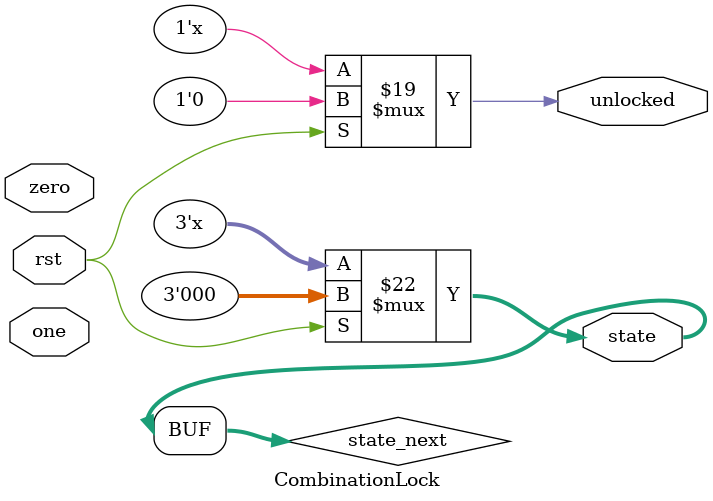
<source format=v>
module CombinationLock (
  input wire rst,
  input wire zero,
  input wire one,
  output reg unlocked,  // output 1 when pattern "01011"
  output reg [2:0] state   //outputs the numerical representation of the current state
);

parameter S0 = 3'b000, S1 = 3'b001, S2 = 3'b010, S3 = 3'b011, S4 = 3'b100, S5 = 3'b101;
reg [2:0] state_next;

initial begin 
    state = S0; 
    unlocked = 0; 
    end
  always @(rst,zero,one) begin
    state_next = state;

    if (rst) begin
      state_next = S0;
      unlocked   = 0;
    end else begin
      case (state)
        S0: state_next = (zero) ? S1 : S0;
        S1: state_next = (one)  ? S2 : (zero ? S1 : S0);
        S2: state_next = (zero) ? S3 : (one ?  S0 : S2);
        S3: state_next = (one)  ? S4 : (zero ? S1 : S3);
        S4: state_next = (one)  ? S5 : (zero ? S3 : S4);
        S5: begin
          unlocked = 1;
          state_next = (zero) ? S1 : (one ? S0 : S5);
        end
      endcase
    end

    state = state_next; // update state at end of loop
  end
endmodule
</source>
